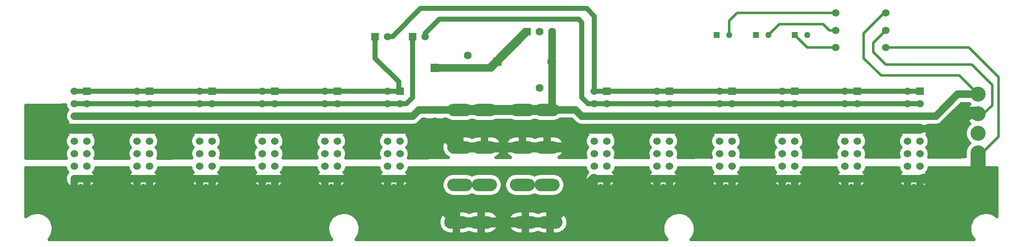
<source format=gbl>
G04 DipTrace 2.4.0.2*
%INbusboard_12_place_ext_workfinal.GBL*%
%MOMM*%
%ADD13C,2.032*%
%ADD14C,1.524*%
%ADD15C,2.54*%
%ADD16C,0.508*%
%ADD17C,1.8*%
%ADD18C,1.5*%
%ADD19C,3.048*%
%ADD20C,1.6*%
%ADD21C,1.016*%
%ADD22C,0.635*%
%ADD24R,1.524X1.524*%
%ADD25C,1.27*%
%ADD26R,1.27X1.27*%
%ADD28R,1.5X1.5*%
%ADD29C,1.5*%
%ADD30R,1.6X1.6*%
%ADD31C,1.6*%
%ADD32R,1.8X1.8*%
%ADD33C,1.8*%
%ADD34C,3.048*%
%ADD35C,1.524*%
%FSLAX53Y53*%
G04*
G71*
G90*
G75*
G01*
%LNBottom*%
%LPD*%
X99535Y30320D2*
D13*
X104535D1*
X112235D1*
X117235D1*
X121760D1*
D14*
X125570Y34130D1*
D13*
X126840D1*
X99535Y30320D2*
X98900D1*
X95090Y34130D1*
X90886D1*
X87470D1*
X84930D1*
X74770D1*
X72230D1*
X62070D1*
X59530D1*
X49370D1*
X46830D1*
X36670D1*
X34130D1*
X23970D1*
X21430D1*
X126840D2*
X129380D1*
X139540D1*
X142080D1*
X152240D1*
X154780D1*
X164940D1*
X167480D1*
X177640D1*
X180180D1*
X190340D1*
X192880D1*
X21430D2*
X18890D1*
X192880D2*
D14*
X194658D1*
D13*
X199865D1*
X203040Y37305D1*
D15*
X204475D1*
D13*
X204628Y37153D1*
X185895Y54133D2*
D16*
X183355Y51593D1*
Y49688D1*
X185895Y47148D1*
X203358D1*
X207485Y43020D1*
Y38893D1*
X205745Y37153D1*
X204628D1*
X94455Y35463D2*
D17*
Y35405D1*
D13*
X98900Y30960D1*
Y30320D1*
X94455Y35463D2*
D14*
X92218D1*
X90886Y34130D1*
X94455Y35463D2*
D18*
X96678D1*
Y33178D1*
X99535Y30320D1*
Y37940D2*
D13*
X104535D1*
X112235D1*
X117235D1*
X99535D2*
D14*
X91280D1*
X90010Y36670D1*
X87470D1*
X117235Y37940D2*
X123030D1*
X124300Y36670D1*
X126840D1*
X87470D2*
X84930D1*
X74770D1*
X72230D1*
X62070D1*
X59530D1*
X49370D1*
X46830D1*
X36670D1*
X34130D1*
X23970D1*
X21430D1*
X126840D2*
X129380D1*
X139540D1*
X142080D1*
X152240D1*
X154780D1*
X164940D1*
X167480D1*
X177640D1*
X180180D1*
X190340D1*
X192880D1*
X118205Y47783D2*
X118268Y47845D1*
Y53815D1*
X204628Y41115D2*
X200500D1*
X196055Y36670D1*
X192880D1*
X185895Y57625D2*
D16*
X185578D1*
X181450Y53498D1*
Y48418D1*
X184943Y44925D1*
X200818D1*
X204628Y41115D1*
X118268Y53815D2*
D14*
Y42385D1*
Y38973D1*
X117235Y37940D1*
X98900Y15080D2*
D13*
X103900D1*
X112870D1*
X117870D1*
X98900D2*
X90010Y23970D1*
D14*
X87470D1*
X117870Y15080D2*
D13*
X126760Y23970D1*
D14*
X126840D1*
X129380D1*
X139540D1*
X142080D1*
X152240D1*
X154780D1*
X164940D1*
X167480D1*
X177640D1*
X180180D1*
X190340D1*
X192880D1*
X87470D2*
X84930D1*
X74770D1*
X72230D1*
X62070D1*
X59530D1*
X49370D1*
X46830D1*
X36670D1*
X34130D1*
X23970D1*
X21430D1*
X192880D2*
X193515D1*
D13*
X204628D1*
D19*
Y29228D1*
X185895Y50640D2*
D16*
X202723D1*
X208755Y44608D1*
Y32542D1*
X205034Y28821D1*
X204628Y29228D1*
X126840Y39210D2*
D21*
X129380D1*
X139540D1*
X142080D1*
X152240D1*
X154780D1*
X164940D1*
X167480D1*
X177640D1*
X180180D1*
X190340D1*
X192880D1*
X92550Y52863D2*
Y53498D1*
X95408Y56355D1*
X123665D1*
X124300Y55720D1*
Y40480D1*
X125570Y39210D1*
X126840D1*
X175735Y54133D2*
D16*
X174465D1*
X173195Y55403D1*
X164305D1*
X162083Y53180D1*
X21430Y39210D2*
D21*
X23970D1*
X34130D1*
X36670D1*
X46830D1*
X49370D1*
X59530D1*
X62070D1*
X72230D1*
X74770D1*
X84930D1*
X87470D1*
X88740D1*
X90010Y40480D1*
Y52863D1*
X21430Y41750D2*
X23970D1*
X34130D1*
X36670D1*
X46830D1*
X49370D1*
X59530D1*
X62070D1*
X72230D1*
X74770D1*
X84930D1*
X87470D1*
X82390Y52863D2*
Y48418D1*
X87153Y43655D1*
Y42068D1*
X87470Y41750D1*
X126840D2*
X129380D1*
X139540D1*
X142080D1*
X152240D1*
X154780D1*
X164940D1*
X167480D1*
X177640D1*
X180180D1*
X190340D1*
X192880D1*
X84930Y52863D2*
X85883D1*
X91598Y58578D1*
X125253D1*
X126840Y56990D1*
Y41750D1*
X175735Y57625D2*
D16*
X155733D1*
X154145Y56038D1*
Y53180D1*
X94455Y46513D2*
D18*
X101123D1*
D14*
X105568D1*
X112870Y53815D1*
X113188D1*
X107155Y47783D2*
X113188Y53815D1*
X101123Y46513D2*
X105885D1*
X107155Y47783D1*
X175735Y50640D2*
D16*
X170020D1*
X167480Y53180D1*
X11651Y25561D2*
D22*
X19764D1*
X25636D2*
X32464D1*
X38336D2*
X45164D1*
X51036D2*
X57864D1*
X63736D2*
X70564D1*
X76436D2*
X83264D1*
X89136D2*
X125174D1*
X131046D2*
X137874D1*
X143746D2*
X150574D1*
X156446D2*
X163274D1*
X169146D2*
X175974D1*
X181846D2*
X188674D1*
X194546D2*
X208379D1*
X11651Y24929D2*
X19764D1*
X25636D2*
X32464D1*
X38336D2*
X45164D1*
X51036D2*
X57864D1*
X63736D2*
X70564D1*
X76436D2*
X83264D1*
X89136D2*
X97383D1*
X101687D2*
X102384D1*
X106688D2*
X110083D1*
X114387D2*
X115084D1*
X119388D2*
X125174D1*
X131046D2*
X137874D1*
X143746D2*
X150574D1*
X156446D2*
X163274D1*
X169146D2*
X175974D1*
X181846D2*
X188674D1*
X194546D2*
X208379D1*
X11651Y24298D2*
X19526D1*
X25874D2*
X32226D1*
X38574D2*
X44926D1*
X51274D2*
X57626D1*
X63974D2*
X70326D1*
X76674D2*
X83026D1*
X89374D2*
X96470D1*
X107601D2*
X109170D1*
X120301D2*
X124936D1*
X131284D2*
X137636D1*
X143984D2*
X150336D1*
X156684D2*
X163036D1*
X169384D2*
X175736D1*
X182084D2*
X188436D1*
X194784D2*
X208379D1*
X11651Y23666D2*
X19526D1*
X25874D2*
X32226D1*
X38574D2*
X44926D1*
X51274D2*
X57626D1*
X63974D2*
X70326D1*
X76674D2*
X83026D1*
X89374D2*
X96044D1*
X108027D2*
X108744D1*
X120727D2*
X124936D1*
X131284D2*
X137636D1*
X143984D2*
X150336D1*
X156684D2*
X163036D1*
X169384D2*
X175736D1*
X182084D2*
X188436D1*
X194784D2*
X208379D1*
X11651Y23034D2*
X19754D1*
X25646D2*
X32454D1*
X38346D2*
X45154D1*
X51046D2*
X57854D1*
X63746D2*
X70554D1*
X76446D2*
X83254D1*
X89146D2*
X95855D1*
X108216D2*
X108559D1*
X120916D2*
X125164D1*
X131056D2*
X137864D1*
X143756D2*
X150564D1*
X156456D2*
X163264D1*
X169156D2*
X175964D1*
X181856D2*
X188664D1*
X194556D2*
X208379D1*
X11651Y22403D2*
X20350D1*
X22511D2*
X22892D1*
X25051D2*
X33050D1*
X35211D2*
X35592D1*
X37751D2*
X45750D1*
X47911D2*
X48292D1*
X50451D2*
X58450D1*
X60611D2*
X60992D1*
X63151D2*
X71150D1*
X73311D2*
X73692D1*
X75851D2*
X83850D1*
X86011D2*
X86392D1*
X88551D2*
X95845D1*
X108226D2*
X108543D1*
X120926D2*
X125760D1*
X127921D2*
X128302D1*
X130461D2*
X138460D1*
X140621D2*
X141002D1*
X143161D2*
X151160D1*
X153321D2*
X153702D1*
X155861D2*
X163860D1*
X166021D2*
X166402D1*
X168561D2*
X176560D1*
X178721D2*
X179102D1*
X181261D2*
X189260D1*
X191421D2*
X191802D1*
X193961D2*
X208379D1*
X11651Y21771D2*
X96034D1*
X108037D2*
X108734D1*
X120737D2*
X208379D1*
X11651Y21139D2*
X96440D1*
X107630D2*
X109140D1*
X120330D2*
X208379D1*
X11651Y20508D2*
X97294D1*
X101776D2*
X102294D1*
X106777D2*
X109994D1*
X114476D2*
X114994D1*
X119477D2*
X208379D1*
X11651Y19876D2*
X208379D1*
X11651Y19244D2*
X208379D1*
X11651Y18613D2*
X208379D1*
X11651Y17981D2*
X208379D1*
X11651Y17349D2*
X96887D1*
X100923D2*
X101878D1*
X105924D2*
X110857D1*
X114893D2*
X115848D1*
X119894D2*
X208379D1*
X11651Y16718D2*
X12144D1*
X15476D2*
X74374D1*
X77706D2*
X95865D1*
X106936D2*
X109835D1*
X120906D2*
X142319D1*
X145651D2*
X204549D1*
X207881D2*
X208379D1*
X16289Y16086D2*
X73561D1*
X78519D2*
X95428D1*
X107372D2*
X109398D1*
X121342D2*
X141506D1*
X146464D2*
X203736D1*
X16756Y15454D2*
X73094D1*
X78986D2*
X95220D1*
X107581D2*
X109190D1*
X121551D2*
X141039D1*
X146931D2*
X203269D1*
X17034Y14823D2*
X72816D1*
X79264D2*
X95210D1*
X107591D2*
X109180D1*
X121561D2*
X140761D1*
X147209D2*
X202991D1*
X17173Y14191D2*
X72677D1*
X79403D2*
X95389D1*
X107412D2*
X109359D1*
X121382D2*
X140622D1*
X147348D2*
X202852D1*
X17182Y13559D2*
X72668D1*
X79412D2*
X95766D1*
X107035D2*
X109736D1*
X121005D2*
X140613D1*
X147357D2*
X202843D1*
X17073Y12928D2*
X72777D1*
X79303D2*
X96589D1*
X101221D2*
X101591D1*
X106211D2*
X110559D1*
X115191D2*
X115561D1*
X120181D2*
X140722D1*
X147248D2*
X202952D1*
X16825Y12296D2*
X73025D1*
X79055D2*
X140970D1*
X147000D2*
X203200D1*
X16409Y11664D2*
X73441D1*
X78639D2*
X141386D1*
X146584D2*
X203616D1*
X131217Y26184D2*
X131140Y25887D1*
X131009Y25598D1*
X130742Y25243D1*
X130918Y25029D1*
X131075Y24753D1*
X131183Y24455D1*
X131239Y24143D1*
X131237Y23780D1*
X131178Y23468D1*
X131067Y23171D1*
X130908Y22897D1*
X130704Y22654D1*
X130462Y22449D1*
X130189Y22288D1*
X129893Y22175D1*
X129582Y22114D1*
X129265Y22107D1*
X128951Y22153D1*
X128650Y22252D1*
X128369Y22400D1*
X128111Y22601D1*
X127816Y22379D1*
X127533Y22237D1*
X127230Y22144D1*
X126915Y22105D1*
X126598Y22119D1*
X126288Y22186D1*
X125994Y22306D1*
X125725Y22473D1*
X125488Y22683D1*
X125289Y22930D1*
X125136Y23208D1*
X125031Y23507D1*
X124979Y23820D1*
X124981Y24137D1*
X125036Y24450D1*
X125143Y24748D1*
X125299Y25024D1*
X125471Y25239D1*
X125289Y25470D1*
X125136Y25748D1*
X125031Y26047D1*
X125007Y26194D1*
X89306Y26193D1*
X89230Y25887D1*
X89099Y25598D1*
X88832Y25243D1*
X89008Y25029D1*
X89165Y24753D1*
X89273Y24455D1*
X89329Y24143D1*
X89327Y23780D1*
X89268Y23468D1*
X89157Y23171D1*
X88998Y22897D1*
X88794Y22654D1*
X88552Y22449D1*
X88279Y22288D1*
X87983Y22175D1*
X87672Y22114D1*
X87355Y22107D1*
X87041Y22153D1*
X86740Y22252D1*
X86459Y22400D1*
X86201Y22601D1*
X85906Y22379D1*
X85623Y22237D1*
X85320Y22144D1*
X85005Y22105D1*
X84688Y22119D1*
X84378Y22186D1*
X84084Y22306D1*
X83815Y22473D1*
X83578Y22683D1*
X83379Y22930D1*
X83226Y23208D1*
X83121Y23507D1*
X83069Y23820D1*
X83071Y24137D1*
X83126Y24450D1*
X83233Y24748D1*
X83389Y25024D1*
X83561Y25239D1*
X83379Y25470D1*
X83226Y25748D1*
X83121Y26047D1*
X83097Y26194D1*
X76606Y26193D1*
X76530Y25887D1*
X76399Y25598D1*
X76132Y25243D1*
X76308Y25029D1*
X76465Y24753D1*
X76573Y24455D1*
X76629Y24143D1*
X76627Y23780D1*
X76568Y23468D1*
X76457Y23171D1*
X76298Y22897D1*
X76094Y22654D1*
X75852Y22449D1*
X75579Y22288D1*
X75283Y22175D1*
X74972Y22114D1*
X74655Y22107D1*
X74341Y22153D1*
X74040Y22252D1*
X73759Y22400D1*
X73501Y22601D1*
X73206Y22379D1*
X72923Y22237D1*
X72620Y22144D1*
X72305Y22105D1*
X71988Y22119D1*
X71678Y22186D1*
X71384Y22306D1*
X71115Y22473D1*
X70878Y22683D1*
X70679Y22930D1*
X70526Y23208D1*
X70421Y23507D1*
X70369Y23820D1*
X70371Y24137D1*
X70426Y24450D1*
X70533Y24748D1*
X70689Y25024D1*
X70861Y25239D1*
X70679Y25470D1*
X70526Y25748D1*
X70421Y26047D1*
X70397Y26194D1*
X63906Y26193D1*
X63830Y25887D1*
X63699Y25598D1*
X63432Y25243D1*
X63608Y25029D1*
X63765Y24753D1*
X63873Y24455D1*
X63929Y24143D1*
X63927Y23780D1*
X63868Y23468D1*
X63757Y23171D1*
X63598Y22897D1*
X63394Y22654D1*
X63152Y22449D1*
X62879Y22288D1*
X62583Y22175D1*
X62272Y22114D1*
X61955Y22107D1*
X61641Y22153D1*
X61340Y22252D1*
X61059Y22400D1*
X60801Y22601D1*
X60506Y22379D1*
X60223Y22237D1*
X59920Y22144D1*
X59605Y22105D1*
X59288Y22119D1*
X58978Y22186D1*
X58684Y22306D1*
X58415Y22473D1*
X58178Y22683D1*
X57979Y22930D1*
X57826Y23208D1*
X57721Y23507D1*
X57669Y23820D1*
X57671Y24137D1*
X57726Y24450D1*
X57833Y24748D1*
X57989Y25024D1*
X58161Y25239D1*
X57979Y25470D1*
X57826Y25748D1*
X57721Y26047D1*
X57697Y26194D1*
X51206Y26193D1*
X51130Y25887D1*
X50999Y25598D1*
X50732Y25243D1*
X50908Y25029D1*
X51065Y24753D1*
X51173Y24455D1*
X51229Y24143D1*
X51227Y23780D1*
X51168Y23468D1*
X51057Y23171D1*
X50898Y22897D1*
X50694Y22654D1*
X50452Y22449D1*
X50179Y22288D1*
X49883Y22175D1*
X49572Y22114D1*
X49255Y22107D1*
X48941Y22153D1*
X48640Y22252D1*
X48359Y22400D1*
X48101Y22601D1*
X47806Y22379D1*
X47523Y22237D1*
X47220Y22144D1*
X46905Y22105D1*
X46588Y22119D1*
X46278Y22186D1*
X45984Y22306D1*
X45715Y22473D1*
X45478Y22683D1*
X45279Y22930D1*
X45126Y23208D1*
X45021Y23507D1*
X44969Y23820D1*
X44971Y24137D1*
X45026Y24450D1*
X45133Y24748D1*
X45289Y25024D1*
X45461Y25239D1*
X45279Y25470D1*
X45126Y25748D1*
X45021Y26047D1*
X44997Y26194D1*
X38506Y26193D1*
X38430Y25887D1*
X38299Y25598D1*
X38032Y25243D1*
X38208Y25029D1*
X38365Y24753D1*
X38473Y24455D1*
X38529Y24143D1*
X38527Y23780D1*
X38468Y23468D1*
X38357Y23171D1*
X38198Y22897D1*
X37994Y22654D1*
X37752Y22449D1*
X37479Y22288D1*
X37183Y22175D1*
X36872Y22114D1*
X36555Y22107D1*
X36241Y22153D1*
X35940Y22252D1*
X35659Y22400D1*
X35401Y22601D1*
X35106Y22379D1*
X34823Y22237D1*
X34520Y22144D1*
X34205Y22105D1*
X33888Y22119D1*
X33578Y22186D1*
X33284Y22306D1*
X33015Y22473D1*
X32778Y22683D1*
X32579Y22930D1*
X32426Y23208D1*
X32321Y23507D1*
X32269Y23820D1*
X32271Y24137D1*
X32326Y24450D1*
X32433Y24748D1*
X32589Y25024D1*
X32761Y25239D1*
X32579Y25470D1*
X32426Y25748D1*
X32321Y26047D1*
X32297Y26194D1*
X25806Y26193D1*
X25730Y25887D1*
X25599Y25598D1*
X25332Y25243D1*
X25508Y25029D1*
X25665Y24753D1*
X25773Y24455D1*
X25829Y24143D1*
X25827Y23780D1*
X25768Y23468D1*
X25657Y23171D1*
X25498Y22897D1*
X25294Y22654D1*
X25052Y22449D1*
X24779Y22288D1*
X24483Y22175D1*
X24172Y22114D1*
X23855Y22107D1*
X23541Y22153D1*
X23240Y22252D1*
X22959Y22400D1*
X22701Y22601D1*
X22406Y22379D1*
X22123Y22237D1*
X21820Y22144D1*
X21505Y22105D1*
X21188Y22119D1*
X20878Y22186D1*
X20584Y22306D1*
X20315Y22473D1*
X20078Y22683D1*
X19879Y22930D1*
X19726Y23208D1*
X19621Y23507D1*
X19569Y23820D1*
X19571Y24137D1*
X19626Y24450D1*
X19733Y24748D1*
X19889Y25024D1*
X20061Y25239D1*
X19879Y25470D1*
X19726Y25748D1*
X19621Y26047D1*
X19597Y26194D1*
X11588Y26193D1*
Y16281D1*
X11932Y16549D1*
X12486Y16856D1*
X13089Y17052D1*
X13718Y17130D1*
X14351Y17086D1*
X14964Y16924D1*
X15535Y16648D1*
X16043Y16268D1*
X16469Y15799D1*
X16799Y15258D1*
X17019Y14663D1*
X17123Y14038D1*
X17116Y13493D1*
X16995Y12871D1*
X16759Y12282D1*
X16414Y11750D1*
X16278Y11593D1*
X21113Y11588D1*
X73569D1*
X73227Y12046D1*
X72943Y12612D1*
X72771Y13223D1*
X72719Y13855D1*
X72789Y14485D1*
X72976Y15091D1*
X73275Y15650D1*
X73675Y16142D1*
X74162Y16549D1*
X74716Y16856D1*
X75319Y17052D1*
X75948Y17130D1*
X76581Y17086D1*
X77194Y16924D1*
X77765Y16648D1*
X78273Y16268D1*
X78699Y15799D1*
X79029Y15258D1*
X79249Y14663D1*
X79353Y14038D1*
X79346Y13493D1*
X79225Y12871D1*
X78989Y12282D1*
X78644Y11750D1*
X78508Y11593D1*
X83343Y11588D1*
X141514D1*
X141172Y12046D1*
X140888Y12612D1*
X140716Y13223D1*
X140664Y13855D1*
X140734Y14485D1*
X140921Y15091D1*
X141220Y15650D1*
X141620Y16142D1*
X142107Y16549D1*
X142661Y16856D1*
X143264Y17052D1*
X143893Y17130D1*
X144526Y17086D1*
X145139Y16924D1*
X145710Y16648D1*
X146218Y16268D1*
X146644Y15799D1*
X146974Y15258D1*
X147194Y14663D1*
X147298Y14038D1*
X147291Y13493D1*
X147170Y12871D1*
X146934Y12282D1*
X146589Y11750D1*
X146453Y11593D1*
X151288Y11588D1*
X203744D1*
X203402Y12046D1*
X203118Y12612D1*
X202946Y13223D1*
X202894Y13855D1*
X202964Y14485D1*
X203151Y15091D1*
X203450Y15650D1*
X203850Y16142D1*
X204337Y16549D1*
X204891Y16856D1*
X205494Y17052D1*
X206123Y17130D1*
X206756Y17086D1*
X207369Y16924D1*
X207940Y16648D1*
X208440Y16275D1*
X208438Y26193D1*
X194716D1*
X194640Y25887D1*
X194509Y25598D1*
X194242Y25243D1*
X194418Y25029D1*
X194575Y24753D1*
X194683Y24455D1*
X194739Y24143D1*
X194737Y23780D1*
X194678Y23468D1*
X194567Y23171D1*
X194408Y22897D1*
X194204Y22654D1*
X193962Y22449D1*
X193689Y22288D1*
X193393Y22175D1*
X193082Y22114D1*
X192765Y22107D1*
X192451Y22153D1*
X192150Y22252D1*
X191869Y22400D1*
X191611Y22601D1*
X191316Y22379D1*
X191033Y22237D1*
X190730Y22144D1*
X190415Y22105D1*
X190098Y22119D1*
X189788Y22186D1*
X189494Y22306D1*
X189225Y22473D1*
X188988Y22683D1*
X188789Y22930D1*
X188636Y23208D1*
X188531Y23507D1*
X188479Y23820D1*
X188481Y24137D1*
X188536Y24450D1*
X188643Y24748D1*
X188799Y25024D1*
X188971Y25239D1*
X188789Y25470D1*
X188636Y25748D1*
X188531Y26047D1*
X188507Y26194D1*
X182016Y26193D1*
X181940Y25887D1*
X181809Y25598D1*
X181542Y25243D1*
X181718Y25029D1*
X181875Y24753D1*
X181983Y24455D1*
X182039Y24143D1*
X182037Y23780D1*
X181978Y23468D1*
X181867Y23171D1*
X181708Y22897D1*
X181504Y22654D1*
X181262Y22449D1*
X180989Y22288D1*
X180693Y22175D1*
X180382Y22114D1*
X180065Y22107D1*
X179751Y22153D1*
X179450Y22252D1*
X179169Y22400D1*
X178911Y22601D1*
X178616Y22379D1*
X178333Y22237D1*
X178030Y22144D1*
X177715Y22105D1*
X177398Y22119D1*
X177088Y22186D1*
X176794Y22306D1*
X176525Y22473D1*
X176288Y22683D1*
X176089Y22930D1*
X175936Y23208D1*
X175831Y23507D1*
X175779Y23820D1*
X175781Y24137D1*
X175836Y24450D1*
X175943Y24748D1*
X176099Y25024D1*
X176271Y25239D1*
X176089Y25470D1*
X175936Y25748D1*
X175831Y26047D1*
X175807Y26194D1*
X169316Y26193D1*
X169240Y25887D1*
X169109Y25598D1*
X168842Y25243D1*
X169018Y25029D1*
X169175Y24753D1*
X169283Y24455D1*
X169339Y24143D1*
X169337Y23780D1*
X169278Y23468D1*
X169167Y23171D1*
X169008Y22897D1*
X168804Y22654D1*
X168562Y22449D1*
X168289Y22288D1*
X167993Y22175D1*
X167682Y22114D1*
X167365Y22107D1*
X167051Y22153D1*
X166750Y22252D1*
X166469Y22400D1*
X166211Y22601D1*
X165916Y22379D1*
X165633Y22237D1*
X165330Y22144D1*
X165015Y22105D1*
X164698Y22119D1*
X164388Y22186D1*
X164094Y22306D1*
X163825Y22473D1*
X163588Y22683D1*
X163389Y22930D1*
X163236Y23208D1*
X163131Y23507D1*
X163079Y23820D1*
X163081Y24137D1*
X163136Y24450D1*
X163243Y24748D1*
X163399Y25024D1*
X163571Y25239D1*
X163389Y25470D1*
X163236Y25748D1*
X163131Y26047D1*
X163107Y26194D1*
X156616Y26193D1*
X156540Y25887D1*
X156409Y25598D1*
X156142Y25243D1*
X156318Y25029D1*
X156475Y24753D1*
X156583Y24455D1*
X156639Y24143D1*
X156637Y23780D1*
X156578Y23468D1*
X156467Y23171D1*
X156308Y22897D1*
X156104Y22654D1*
X155862Y22449D1*
X155589Y22288D1*
X155293Y22175D1*
X154982Y22114D1*
X154665Y22107D1*
X154351Y22153D1*
X154050Y22252D1*
X153769Y22400D1*
X153511Y22601D1*
X153216Y22379D1*
X152933Y22237D1*
X152630Y22144D1*
X152315Y22105D1*
X151998Y22119D1*
X151688Y22186D1*
X151394Y22306D1*
X151125Y22473D1*
X150888Y22683D1*
X150689Y22930D1*
X150536Y23208D1*
X150431Y23507D1*
X150379Y23820D1*
X150381Y24137D1*
X150436Y24450D1*
X150543Y24748D1*
X150699Y25024D1*
X150871Y25239D1*
X150689Y25470D1*
X150536Y25748D1*
X150431Y26047D1*
X150407Y26194D1*
X143916Y26193D1*
X143840Y25887D1*
X143709Y25598D1*
X143442Y25243D1*
X143618Y25029D1*
X143775Y24753D1*
X143883Y24455D1*
X143939Y24143D1*
X143937Y23780D1*
X143878Y23468D1*
X143767Y23171D1*
X143608Y22897D1*
X143404Y22654D1*
X143162Y22449D1*
X142889Y22288D1*
X142593Y22175D1*
X142282Y22114D1*
X141965Y22107D1*
X141651Y22153D1*
X141350Y22252D1*
X141069Y22400D1*
X140811Y22601D1*
X140516Y22379D1*
X140233Y22237D1*
X139930Y22144D1*
X139615Y22105D1*
X139298Y22119D1*
X138988Y22186D1*
X138694Y22306D1*
X138425Y22473D1*
X138188Y22683D1*
X137989Y22930D1*
X137836Y23208D1*
X137731Y23507D1*
X137679Y23820D1*
X137681Y24137D1*
X137736Y24450D1*
X137843Y24748D1*
X137999Y25024D1*
X138171Y25239D1*
X137989Y25470D1*
X137836Y25748D1*
X137731Y26047D1*
X137707Y26194D1*
X131216Y26193D1*
X101284Y25008D2*
X101716Y24889D1*
X102037Y24709D1*
X102276Y24849D1*
X102637Y24981D1*
X103264Y25075D1*
X105995Y25058D1*
X106429Y24982D1*
X106790Y24851D1*
X107172Y24631D1*
X107466Y24385D1*
X107750Y24047D1*
X107942Y23715D1*
X108093Y23300D1*
X108160Y22923D1*
X108161Y22482D1*
X108095Y22104D1*
X107944Y21689D1*
X107752Y21357D1*
X107469Y21018D1*
X107175Y20771D1*
X106794Y20551D1*
X106433Y20419D1*
X105806Y20325D1*
X103075Y20342D1*
X102641Y20418D1*
X102280Y20549D1*
X102033Y20691D1*
X101794Y20551D1*
X101433Y20419D1*
X100806Y20325D1*
X98075Y20342D1*
X97641Y20418D1*
X97280Y20549D1*
X96898Y20769D1*
X96604Y21015D1*
X96320Y21353D1*
X96128Y21685D1*
X95977Y22100D1*
X95910Y22477D1*
X95909Y22918D1*
X95976Y23296D1*
X96126Y23711D1*
X96318Y24043D1*
X96601Y24382D1*
X96895Y24629D1*
X97276Y24849D1*
X97637Y24981D1*
X98264Y25075D1*
X100995Y25058D1*
X101284Y25008D1*
X100422Y17427D2*
X100978Y17313D1*
X101265Y17168D1*
X101401Y17090D1*
X101814Y17310D1*
X102127Y17383D1*
X102640Y17455D1*
X105296Y17448D1*
X105918Y17333D1*
X106155Y17231D1*
X106693Y16902D1*
X106913Y16667D1*
X107225Y16271D1*
X107351Y15975D1*
X107508Y15497D1*
X107526Y15176D1*
X107510Y14672D1*
X107416Y14364D1*
X107229Y13896D1*
X107036Y13639D1*
X106700Y13264D1*
X106431Y13088D1*
X105986Y12850D1*
X105673Y12777D1*
X105161Y12705D1*
X102504Y12712D1*
X101882Y12827D1*
X101645Y12929D1*
X101399Y13071D1*
X100986Y12850D1*
X100673Y12777D1*
X100161Y12705D1*
X97504Y12712D1*
X96882Y12827D1*
X96645Y12929D1*
X96107Y13258D1*
X95887Y13493D1*
X95575Y13889D1*
X95449Y14185D1*
X95292Y14663D1*
X95275Y14984D1*
X95290Y15488D1*
X95384Y15796D1*
X95571Y16264D1*
X95764Y16521D1*
X96100Y16896D1*
X96369Y17072D1*
X96814Y17310D1*
X97127Y17383D1*
X97640Y17455D1*
X100296Y17448D1*
X100422Y17427D1*
X114392D2*
X114948Y17313D1*
X115235Y17168D1*
X115371Y17090D1*
X115784Y17310D1*
X116097Y17383D1*
X116610Y17455D1*
X119266Y17448D1*
X119888Y17333D1*
X120125Y17231D1*
X120663Y16902D1*
X120883Y16667D1*
X121195Y16271D1*
X121321Y15975D1*
X121478Y15497D1*
X121496Y15176D1*
X121480Y14672D1*
X121386Y14364D1*
X121199Y13896D1*
X121006Y13639D1*
X120670Y13264D1*
X120401Y13088D1*
X119956Y12850D1*
X119643Y12777D1*
X119131Y12705D1*
X116474Y12712D1*
X115852Y12827D1*
X115615Y12929D1*
X115369Y13071D1*
X114956Y12850D1*
X114643Y12777D1*
X114131Y12705D1*
X111474Y12712D1*
X110852Y12827D1*
X110615Y12929D1*
X110077Y13258D1*
X109857Y13493D1*
X109545Y13889D1*
X109419Y14185D1*
X109262Y14663D1*
X109245Y14984D1*
X109260Y15488D1*
X109354Y15796D1*
X109541Y16264D1*
X109734Y16521D1*
X110070Y16896D1*
X110339Y17072D1*
X110784Y17310D1*
X111097Y17383D1*
X111610Y17455D1*
X114266Y17448D1*
X114392Y17427D1*
X113984Y25008D2*
X114416Y24889D1*
X114737Y24709D1*
X114976Y24849D1*
X115337Y24981D1*
X115964Y25075D1*
X118695Y25058D1*
X119129Y24982D1*
X119490Y24851D1*
X119872Y24631D1*
X120166Y24385D1*
X120450Y24047D1*
X120642Y23715D1*
X120793Y23300D1*
X120860Y22923D1*
X120861Y22482D1*
X120795Y22104D1*
X120644Y21689D1*
X120452Y21357D1*
X120169Y21018D1*
X119875Y20771D1*
X119494Y20551D1*
X119133Y20419D1*
X118506Y20325D1*
X115775Y20342D1*
X115341Y20418D1*
X114980Y20549D1*
X114733Y20691D1*
X114494Y20551D1*
X114133Y20419D1*
X113506Y20325D1*
X110775Y20342D1*
X110341Y20418D1*
X109980Y20549D1*
X109598Y20769D1*
X109304Y21015D1*
X109020Y21353D1*
X108828Y21685D1*
X108677Y22100D1*
X108610Y22477D1*
X108609Y22918D1*
X108676Y23296D1*
X108826Y23711D1*
X109018Y24043D1*
X109301Y24382D1*
X109595Y24629D1*
X109976Y24849D1*
X110337Y24981D1*
X110964Y25075D1*
X113695Y25058D1*
X113984Y25008D1*
X129380Y23970D2*
D14*
Y22104D1*
X126840Y23970D2*
Y22104D1*
X36670Y23970D2*
Y22104D1*
X34130Y23970D2*
Y22104D1*
X87470Y23970D2*
Y22104D1*
X84930Y23970D2*
Y22104D1*
X180180Y23970D2*
Y22104D1*
X177640Y23970D2*
Y22104D1*
X167480Y23970D2*
Y22104D1*
X164940Y23970D2*
Y22104D1*
X154780Y23970D2*
Y22104D1*
X152240Y23970D2*
Y22104D1*
X142080Y23970D2*
Y22104D1*
X139540Y23970D2*
Y22104D1*
X98900Y17455D2*
Y12705D1*
X103900Y17455D2*
Y12705D1*
X74770Y23970D2*
Y22104D1*
X72230Y23970D2*
Y22104D1*
X62070Y23970D2*
Y22104D1*
X59530Y23970D2*
Y22104D1*
X49370Y23970D2*
Y22104D1*
X46830Y23970D2*
Y22104D1*
X112870Y17455D2*
Y12705D1*
X117870Y17455D2*
Y12705D1*
X23970Y23970D2*
Y22104D1*
X21430Y23970D2*
Y22104D1*
X192880Y23970D2*
Y22104D1*
X190340Y23970D2*
Y22104D1*
X11651Y38578D2*
D22*
X19605D1*
X200668D2*
X202356D1*
X11651Y37947D2*
X19992D1*
X200033D2*
X202059D1*
X11651Y37315D2*
X19615D1*
X199408D2*
X201940D1*
X11651Y36683D2*
X19496D1*
X198773D2*
X201979D1*
X11651Y36052D2*
X19605D1*
X92093D2*
X92478D1*
X96438D2*
X96767D1*
X120003D2*
X122217D1*
X198138D2*
X202178D1*
X11651Y35420D2*
X19982D1*
X91468D2*
X92392D1*
X96518D2*
X122842D1*
X197513D2*
X202585D1*
X11651Y34788D2*
X19615D1*
X25785D2*
X32315D1*
X38485D2*
X45015D1*
X51185D2*
X57715D1*
X63885D2*
X70415D1*
X76585D2*
X83115D1*
X89285D2*
X92501D1*
X96409D2*
X125025D1*
X131195D2*
X137725D1*
X143895D2*
X150425D1*
X156595D2*
X163125D1*
X169295D2*
X175825D1*
X181995D2*
X188525D1*
X194695D2*
X202475D1*
X11651Y34157D2*
X19496D1*
X25904D2*
X32196D1*
X38604D2*
X44896D1*
X51304D2*
X57596D1*
X64004D2*
X70296D1*
X76704D2*
X82996D1*
X89404D2*
X92869D1*
X96042D2*
X124906D1*
X131314D2*
X137606D1*
X144014D2*
X150306D1*
X156714D2*
X163006D1*
X169414D2*
X175706D1*
X182114D2*
X188406D1*
X194814D2*
X202118D1*
X11651Y33525D2*
X19605D1*
X25795D2*
X32305D1*
X38495D2*
X45005D1*
X51195D2*
X57705D1*
X63895D2*
X70405D1*
X76595D2*
X83105D1*
X89295D2*
X93881D1*
X95029D2*
X125015D1*
X131205D2*
X137715D1*
X143905D2*
X150415D1*
X156605D2*
X163115D1*
X169305D2*
X175815D1*
X182005D2*
X188515D1*
X194705D2*
X201960D1*
X11651Y32893D2*
X19972D1*
X25428D2*
X32672D1*
X38128D2*
X45372D1*
X50828D2*
X58072D1*
X63528D2*
X70772D1*
X76228D2*
X83472D1*
X88928D2*
X125382D1*
X130838D2*
X138082D1*
X143538D2*
X150782D1*
X156238D2*
X163482D1*
X168938D2*
X176182D1*
X181638D2*
X188882D1*
X194338D2*
X201950D1*
X11651Y32262D2*
X19625D1*
X25775D2*
X32325D1*
X38475D2*
X45025D1*
X51175D2*
X57725D1*
X63875D2*
X70425D1*
X76575D2*
X83125D1*
X89275D2*
X96857D1*
X107214D2*
X109557D1*
X119914D2*
X125035D1*
X131185D2*
X137735D1*
X143885D2*
X150435D1*
X156585D2*
X163135D1*
X169285D2*
X175835D1*
X181985D2*
X188535D1*
X194685D2*
X202108D1*
X11651Y31630D2*
X19496D1*
X25904D2*
X32196D1*
X38604D2*
X44896D1*
X51304D2*
X57596D1*
X64004D2*
X70296D1*
X76704D2*
X82996D1*
X89404D2*
X96232D1*
X107839D2*
X108932D1*
X120539D2*
X124906D1*
X131314D2*
X137606D1*
X144014D2*
X150306D1*
X156714D2*
X163006D1*
X169414D2*
X175706D1*
X182114D2*
X188406D1*
X194814D2*
X202446D1*
X11651Y30998D2*
X19595D1*
X25805D2*
X32295D1*
X38505D2*
X44995D1*
X51205D2*
X57695D1*
X63905D2*
X70395D1*
X76605D2*
X83095D1*
X89305D2*
X95944D1*
X108126D2*
X108644D1*
X120826D2*
X125005D1*
X131215D2*
X137705D1*
X143915D2*
X150405D1*
X156615D2*
X163105D1*
X169315D2*
X175805D1*
X182015D2*
X188505D1*
X194715D2*
X202624D1*
X11651Y30367D2*
X19953D1*
X25447D2*
X32653D1*
X38147D2*
X45353D1*
X50847D2*
X58053D1*
X63547D2*
X70753D1*
X76247D2*
X83453D1*
X88947D2*
X95845D1*
X108226D2*
X108543D1*
X120926D2*
X125363D1*
X130857D2*
X138063D1*
X143557D2*
X150763D1*
X156257D2*
X163463D1*
X168957D2*
X176163D1*
X181657D2*
X188863D1*
X194357D2*
X202198D1*
X11651Y29735D2*
X19625D1*
X25775D2*
X32325D1*
X38475D2*
X45025D1*
X51175D2*
X57725D1*
X63875D2*
X70425D1*
X76575D2*
X83125D1*
X89275D2*
X95905D1*
X108166D2*
X108605D1*
X120866D2*
X125035D1*
X131185D2*
X137735D1*
X143885D2*
X150435D1*
X156585D2*
X163135D1*
X169285D2*
X175835D1*
X181985D2*
X188535D1*
X194685D2*
X201989D1*
X11651Y29103D2*
X19496D1*
X25904D2*
X32196D1*
X38604D2*
X44896D1*
X51304D2*
X57596D1*
X64004D2*
X70296D1*
X76704D2*
X82996D1*
X89404D2*
X96163D1*
X107908D2*
X108863D1*
X120608D2*
X124906D1*
X131314D2*
X137606D1*
X144014D2*
X150306D1*
X156714D2*
X163006D1*
X169414D2*
X175706D1*
X182114D2*
X188406D1*
X194814D2*
X201940D1*
X11651Y28472D2*
X19595D1*
X25805D2*
X32295D1*
X38505D2*
X44995D1*
X51205D2*
X57695D1*
X63905D2*
X70395D1*
X76605D2*
X83095D1*
X89305D2*
X96708D1*
X107362D2*
X109408D1*
X120062D2*
X125005D1*
X131215D2*
X137705D1*
X143915D2*
X150405D1*
X156615D2*
X163105D1*
X169315D2*
X175805D1*
X182015D2*
X188505D1*
X194715D2*
X201940D1*
X131246Y34067D2*
X131208Y33752D1*
X131118Y33448D1*
X130977Y33163D1*
X130791Y32907D1*
X130747Y32858D1*
X131018Y32486D1*
X131146Y32196D1*
X131223Y31889D1*
X131247Y31590D1*
X131220Y31274D1*
X131140Y30967D1*
X131009Y30678D1*
X130742Y30323D1*
X131018Y29946D1*
X131146Y29656D1*
X131223Y29349D1*
X131247Y29050D1*
X131220Y28734D1*
X131140Y28427D1*
X131079Y28292D1*
X137823Y28303D1*
X137731Y28587D1*
X137679Y28900D1*
X137681Y29217D1*
X137736Y29530D1*
X137843Y29828D1*
X137999Y30104D1*
X138168Y30311D1*
X137989Y30550D1*
X137836Y30828D1*
X137731Y31127D1*
X137679Y31440D1*
X137681Y31757D1*
X137736Y32070D1*
X137843Y32368D1*
X137999Y32644D1*
X138168Y32851D1*
X137955Y33144D1*
X137811Y33426D1*
X137717Y33729D1*
X137675Y34044D1*
X137687Y34360D1*
X137753Y34671D1*
X137799Y34804D1*
X131124Y34796D1*
X131212Y34491D1*
X131247Y34130D1*
X131246Y34067D1*
X125141Y28279D2*
X125031Y28587D1*
X124979Y28900D1*
X124981Y29217D1*
X125036Y29530D1*
X125143Y29828D1*
X125299Y30104D1*
X125468Y30311D1*
X125289Y30550D1*
X125136Y30828D1*
X125031Y31127D1*
X124979Y31440D1*
X124981Y31757D1*
X125036Y32070D1*
X125143Y32368D1*
X125299Y32644D1*
X125468Y32851D1*
X125255Y33144D1*
X125111Y33426D1*
X125017Y33729D1*
X124975Y34044D1*
X124987Y34360D1*
X125053Y34671D1*
X125099Y34804D1*
X124300Y34803D1*
X123984Y34830D1*
X123677Y34910D1*
X123388Y35041D1*
X123090Y35248D1*
X122257Y36073D1*
X119953Y36061D1*
X119494Y35791D1*
X119133Y35659D1*
X118506Y35565D1*
X115775Y35582D1*
X115341Y35658D1*
X114980Y35789D1*
X114924Y35821D1*
X114546Y35819D1*
X114214Y35678D1*
X113690Y35582D1*
X113189Y35565D1*
X110775Y35582D1*
X110341Y35658D1*
X109980Y35789D1*
X109924Y35821D1*
X106847Y35819D1*
X106514Y35678D1*
X105990Y35582D1*
X105489Y35565D1*
X103075Y35582D1*
X102641Y35658D1*
X102280Y35789D1*
X102224Y35821D1*
X101846Y35819D1*
X101514Y35678D1*
X100990Y35582D1*
X100489Y35565D1*
X98075Y35582D1*
X97641Y35658D1*
X97280Y35789D1*
X96891Y36015D1*
X96678Y36073D1*
X96370D1*
X96448Y35677D1*
X96456Y35336D1*
X96396Y34960D1*
X96266Y34602D1*
X96071Y34276D1*
X95818Y33992D1*
X95515Y33761D1*
X95175Y33591D1*
X94808Y33489D1*
X94429Y33458D1*
X94051Y33499D1*
X93687Y33610D1*
X93351Y33789D1*
X93055Y34027D1*
X92809Y34318D1*
X92623Y34649D1*
X92502Y35010D1*
X92452Y35387D1*
X92473Y35767D1*
X92546Y36074D1*
X92044Y36073D1*
X91330Y35350D1*
X91088Y35146D1*
X90814Y34985D1*
X90517Y34873D1*
X90160Y34809D1*
X89214Y34796D1*
X89302Y34491D1*
X89337Y34130D1*
X89310Y33814D1*
X89230Y33507D1*
X89099Y33218D1*
X88921Y32956D1*
X88837Y32858D1*
X89108Y32486D1*
X89236Y32196D1*
X89313Y31889D1*
X89337Y31590D1*
X89310Y31274D1*
X89230Y30967D1*
X89099Y30678D1*
X88832Y30323D1*
X89108Y29946D1*
X89236Y29656D1*
X89313Y29349D1*
X89337Y29050D1*
X89310Y28734D1*
X89230Y28427D1*
X89136Y28220D1*
X97163Y28237D1*
X96742Y28498D1*
X96522Y28733D1*
X96210Y29129D1*
X96084Y29425D1*
X95927Y29903D1*
X95910Y30224D1*
X95925Y30728D1*
X96019Y31036D1*
X96206Y31504D1*
X96399Y31761D1*
X96735Y32136D1*
X97004Y32312D1*
X97449Y32550D1*
X97762Y32623D1*
X98275Y32695D1*
X100931Y32688D1*
X101553Y32573D1*
X101790Y32471D1*
X102036Y32330D1*
X102449Y32550D1*
X102762Y32623D1*
X103275Y32695D1*
X105931Y32688D1*
X106553Y32573D1*
X106790Y32471D1*
X107328Y32142D1*
X107548Y31907D1*
X107860Y31511D1*
X107986Y31215D1*
X108143Y30737D1*
X108161Y30416D1*
X108145Y29912D1*
X108051Y29604D1*
X107864Y29136D1*
X107671Y28879D1*
X107335Y28504D1*
X107066Y28328D1*
X106933Y28251D1*
X109815Y28264D1*
X109442Y28498D1*
X109222Y28733D1*
X108910Y29129D1*
X108784Y29425D1*
X108627Y29903D1*
X108610Y30224D1*
X108625Y30728D1*
X108719Y31036D1*
X108906Y31504D1*
X109099Y31761D1*
X109435Y32136D1*
X109704Y32312D1*
X110149Y32550D1*
X110462Y32623D1*
X110975Y32695D1*
X113631Y32688D1*
X114253Y32573D1*
X114490Y32471D1*
X114736Y32330D1*
X115149Y32550D1*
X115462Y32623D1*
X115975Y32695D1*
X118631Y32688D1*
X119253Y32573D1*
X119490Y32471D1*
X120028Y32142D1*
X120248Y31907D1*
X120560Y31511D1*
X120686Y31215D1*
X120843Y30737D1*
X120861Y30416D1*
X120845Y29912D1*
X120751Y29604D1*
X120564Y29136D1*
X120371Y28879D1*
X120035Y28504D1*
X119766Y28328D1*
X119671Y28273D1*
X125143Y28282D1*
X38536Y34067D2*
X38498Y33752D1*
X38408Y33448D1*
X38267Y33163D1*
X38081Y32907D1*
X38037Y32858D1*
X38308Y32486D1*
X38436Y32196D1*
X38513Y31889D1*
X38537Y31590D1*
X38510Y31274D1*
X38430Y30967D1*
X38299Y30678D1*
X38032Y30323D1*
X38308Y29946D1*
X38436Y29656D1*
X38513Y29349D1*
X38537Y29050D1*
X38510Y28734D1*
X38430Y28427D1*
X38303Y28147D1*
X44289Y28151D1*
X45192Y28152D1*
X45021Y28587D1*
X44969Y28900D1*
X44971Y29217D1*
X45026Y29530D1*
X45133Y29828D1*
X45289Y30104D1*
X45458Y30311D1*
X45279Y30550D1*
X45126Y30828D1*
X45021Y31127D1*
X44969Y31440D1*
X44971Y31757D1*
X45026Y32070D1*
X45133Y32368D1*
X45289Y32644D1*
X45458Y32851D1*
X45245Y33144D1*
X45101Y33426D1*
X45007Y33729D1*
X44965Y34044D1*
X44977Y34360D1*
X45043Y34671D1*
X45089Y34804D1*
X38414Y34796D1*
X38502Y34491D1*
X38537Y34130D1*
X38536Y34067D1*
X32517Y28123D2*
X32426Y28288D1*
X32321Y28587D1*
X32269Y28900D1*
X32271Y29217D1*
X32326Y29530D1*
X32433Y29828D1*
X32589Y30104D1*
X32758Y30311D1*
X32579Y30550D1*
X32426Y30828D1*
X32321Y31127D1*
X32269Y31440D1*
X32271Y31757D1*
X32326Y32070D1*
X32433Y32368D1*
X32589Y32644D1*
X32758Y32851D1*
X32545Y33144D1*
X32401Y33426D1*
X32307Y33729D1*
X32265Y34044D1*
X32277Y34360D1*
X32343Y34671D1*
X32389Y34804D1*
X25714Y34796D1*
X25802Y34491D1*
X25837Y34130D1*
X25810Y33814D1*
X25730Y33507D1*
X25599Y33218D1*
X25421Y32956D1*
X25337Y32858D1*
X25608Y32486D1*
X25736Y32196D1*
X25813Y31889D1*
X25837Y31590D1*
X25810Y31274D1*
X25730Y30967D1*
X25599Y30678D1*
X25332Y30323D1*
X25608Y29946D1*
X25736Y29656D1*
X25813Y29349D1*
X25837Y29050D1*
X25810Y28734D1*
X25730Y28427D1*
X25582Y28114D1*
X29684Y28127D1*
X32512Y28132D1*
X83269Y28210D2*
X83121Y28587D1*
X83069Y28900D1*
X83071Y29217D1*
X83126Y29530D1*
X83233Y29828D1*
X83389Y30104D1*
X83558Y30311D1*
X83379Y30550D1*
X83226Y30828D1*
X83121Y31127D1*
X83069Y31440D1*
X83071Y31757D1*
X83126Y32070D1*
X83233Y32368D1*
X83389Y32644D1*
X83558Y32851D1*
X83345Y33144D1*
X83201Y33426D1*
X83107Y33729D1*
X83065Y34044D1*
X83077Y34360D1*
X83143Y34671D1*
X83189Y34804D1*
X76514Y34796D1*
X76602Y34491D1*
X76637Y34130D1*
X76610Y33814D1*
X76530Y33507D1*
X76399Y33218D1*
X76221Y32956D1*
X76137Y32858D1*
X76408Y32486D1*
X76536Y32196D1*
X76613Y31889D1*
X76637Y31590D1*
X76610Y31274D1*
X76530Y30967D1*
X76399Y30678D1*
X76132Y30323D1*
X76408Y29946D1*
X76536Y29656D1*
X76613Y29349D1*
X76637Y29050D1*
X76610Y28734D1*
X76530Y28427D1*
X76428Y28201D1*
X83253Y28214D1*
X182046Y34067D2*
X182008Y33752D1*
X181918Y33448D1*
X181777Y33163D1*
X181591Y32907D1*
X181547Y32858D1*
X181818Y32486D1*
X181946Y32196D1*
X182023Y31889D1*
X182047Y31590D1*
X182020Y31274D1*
X181940Y30967D1*
X181809Y30678D1*
X181542Y30323D1*
X181818Y29946D1*
X181946Y29656D1*
X182023Y29349D1*
X182047Y29050D1*
X182020Y28734D1*
X181920Y28382D1*
X183989Y28377D1*
X188603Y28385D1*
X188531Y28587D1*
X188479Y28900D1*
X188481Y29217D1*
X188536Y29530D1*
X188643Y29828D1*
X188799Y30104D1*
X188968Y30311D1*
X188789Y30550D1*
X188636Y30828D1*
X188531Y31127D1*
X188479Y31440D1*
X188481Y31757D1*
X188536Y32070D1*
X188643Y32368D1*
X188799Y32644D1*
X188968Y32851D1*
X188755Y33144D1*
X188611Y33426D1*
X188517Y33729D1*
X188475Y34044D1*
X188487Y34360D1*
X188553Y34671D1*
X188599Y34804D1*
X181924Y34796D1*
X182012Y34491D1*
X182047Y34130D1*
X182046Y34067D1*
X175906Y28372D2*
X175831Y28587D1*
X175779Y28900D1*
X175781Y29217D1*
X175836Y29530D1*
X175943Y29828D1*
X176099Y30104D1*
X176268Y30311D1*
X176089Y30550D1*
X175936Y30828D1*
X175831Y31127D1*
X175779Y31440D1*
X175781Y31757D1*
X175836Y32070D1*
X175943Y32368D1*
X176099Y32644D1*
X176268Y32851D1*
X176055Y33144D1*
X175911Y33426D1*
X175817Y33729D1*
X175775Y34044D1*
X175787Y34360D1*
X175853Y34671D1*
X175899Y34804D1*
X169224Y34796D1*
X169312Y34491D1*
X169347Y34130D1*
X169320Y33814D1*
X169240Y33507D1*
X169109Y33218D1*
X168931Y32956D1*
X168847Y32858D1*
X169118Y32486D1*
X169246Y32196D1*
X169323Y31889D1*
X169347Y31590D1*
X169320Y31274D1*
X169240Y30967D1*
X169109Y30678D1*
X168842Y30323D1*
X169118Y29946D1*
X169246Y29656D1*
X169323Y29349D1*
X169347Y29050D1*
X169320Y28734D1*
X169203Y28346D1*
X171607Y28357D1*
X175903Y28364D1*
X163219Y28335D2*
X163131Y28587D1*
X163079Y28900D1*
X163081Y29217D1*
X163136Y29530D1*
X163243Y29828D1*
X163399Y30104D1*
X163568Y30311D1*
X163389Y30550D1*
X163236Y30828D1*
X163131Y31127D1*
X163079Y31440D1*
X163081Y31757D1*
X163136Y32070D1*
X163243Y32368D1*
X163399Y32644D1*
X163568Y32851D1*
X163355Y33144D1*
X163211Y33426D1*
X163117Y33729D1*
X163075Y34044D1*
X163087Y34360D1*
X163153Y34671D1*
X163199Y34804D1*
X156524Y34796D1*
X156612Y34491D1*
X156647Y34130D1*
X156620Y33814D1*
X156540Y33507D1*
X156409Y33218D1*
X156231Y32956D1*
X156147Y32858D1*
X156418Y32486D1*
X156546Y32196D1*
X156623Y31889D1*
X156647Y31590D1*
X156620Y31274D1*
X156540Y30967D1*
X156409Y30678D1*
X156142Y30323D1*
X156418Y29946D1*
X156546Y29656D1*
X156623Y29349D1*
X156647Y29050D1*
X156620Y28734D1*
X156495Y28328D1*
X163203Y28344D1*
X150526Y28316D2*
X150431Y28587D1*
X150379Y28900D1*
X150381Y29217D1*
X150436Y29530D1*
X150543Y29828D1*
X150699Y30104D1*
X150868Y30311D1*
X150689Y30550D1*
X150536Y30828D1*
X150431Y31127D1*
X150379Y31440D1*
X150381Y31757D1*
X150436Y32070D1*
X150543Y32368D1*
X150699Y32644D1*
X150868Y32851D1*
X150655Y33144D1*
X150511Y33426D1*
X150417Y33729D1*
X150375Y34044D1*
X150387Y34360D1*
X150453Y34671D1*
X150499Y34804D1*
X143824Y34796D1*
X143912Y34491D1*
X143947Y34130D1*
X143920Y33814D1*
X143840Y33507D1*
X143709Y33218D1*
X143531Y32956D1*
X143447Y32858D1*
X143718Y32486D1*
X143846Y32196D1*
X143923Y31889D1*
X143947Y31590D1*
X143920Y31274D1*
X143840Y30967D1*
X143709Y30678D1*
X143442Y30323D1*
X143718Y29946D1*
X143846Y29656D1*
X143923Y29349D1*
X143947Y29050D1*
X143920Y28734D1*
X143787Y28310D1*
X150523Y28323D1*
X70579Y28193D2*
X70421Y28587D1*
X70369Y28900D1*
X70371Y29217D1*
X70426Y29530D1*
X70533Y29828D1*
X70689Y30104D1*
X70858Y30311D1*
X70679Y30550D1*
X70526Y30828D1*
X70421Y31127D1*
X70369Y31440D1*
X70371Y31757D1*
X70426Y32070D1*
X70533Y32368D1*
X70689Y32644D1*
X70858Y32851D1*
X70645Y33144D1*
X70501Y33426D1*
X70407Y33729D1*
X70365Y34044D1*
X70377Y34360D1*
X70443Y34671D1*
X70489Y34804D1*
X63814Y34796D1*
X63902Y34491D1*
X63937Y34130D1*
X63910Y33814D1*
X63830Y33507D1*
X63699Y33218D1*
X63521Y32956D1*
X63437Y32858D1*
X63708Y32486D1*
X63836Y32196D1*
X63913Y31889D1*
X63937Y31590D1*
X63910Y31274D1*
X63830Y30967D1*
X63699Y30678D1*
X63432Y30323D1*
X63708Y29946D1*
X63836Y29656D1*
X63913Y29349D1*
X63937Y29050D1*
X63910Y28734D1*
X63830Y28427D1*
X63720Y28183D1*
X70572Y28194D1*
X57888Y28175D2*
X57721Y28587D1*
X57669Y28900D1*
X57671Y29217D1*
X57726Y29530D1*
X57833Y29828D1*
X57989Y30104D1*
X58158Y30311D1*
X57979Y30550D1*
X57826Y30828D1*
X57721Y31127D1*
X57669Y31440D1*
X57671Y31757D1*
X57726Y32070D1*
X57833Y32368D1*
X57989Y32644D1*
X58158Y32851D1*
X57945Y33144D1*
X57801Y33426D1*
X57707Y33729D1*
X57665Y34044D1*
X57677Y34360D1*
X57743Y34671D1*
X57789Y34804D1*
X51114Y34796D1*
X51202Y34491D1*
X51237Y34130D1*
X51210Y33814D1*
X51130Y33507D1*
X50999Y33218D1*
X50821Y32956D1*
X50737Y32858D1*
X51008Y32486D1*
X51136Y32196D1*
X51213Y31889D1*
X51237Y31590D1*
X51210Y31274D1*
X51130Y30967D1*
X50999Y30678D1*
X50732Y30323D1*
X51008Y29946D1*
X51136Y29656D1*
X51213Y29349D1*
X51237Y29050D1*
X51210Y28734D1*
X51130Y28427D1*
X51011Y28165D1*
X57872Y28173D1*
X19827Y28106D2*
X19726Y28288D1*
X19621Y28587D1*
X19569Y28900D1*
X19571Y29217D1*
X19626Y29530D1*
X19733Y29828D1*
X19889Y30104D1*
X20058Y30311D1*
X19879Y30550D1*
X19726Y30828D1*
X19621Y31127D1*
X19569Y31440D1*
X19571Y31757D1*
X19626Y32070D1*
X19733Y32368D1*
X19889Y32644D1*
X20058Y32851D1*
X19845Y33144D1*
X19701Y33426D1*
X19607Y33729D1*
X19565Y34044D1*
X19577Y34360D1*
X19643Y34671D1*
X19760Y34965D1*
X19926Y35236D1*
X20061Y35399D1*
X19839Y35694D1*
X19697Y35977D1*
X19604Y36280D1*
X19565Y36595D1*
X19579Y36912D1*
X19646Y37222D1*
X19766Y37516D1*
X19895Y37732D1*
X19733Y37448D1*
X19889Y37724D1*
X20059Y37946D1*
X19879Y38170D1*
X19726Y38448D1*
X19621Y38747D1*
X19594Y38914D1*
X17938Y38903D1*
X11588Y38893D1*
Y28107D1*
X13809Y28102D1*
X19812Y28111D1*
X194746Y34067D2*
X194708Y33752D1*
X194618Y33448D1*
X194477Y33163D1*
X194291Y32907D1*
X194247Y32858D1*
X194518Y32486D1*
X194646Y32196D1*
X194723Y31889D1*
X194747Y31590D1*
X194720Y31274D1*
X194640Y30967D1*
X194509Y30678D1*
X194242Y30323D1*
X194518Y29946D1*
X194646Y29656D1*
X194723Y29349D1*
X194747Y29050D1*
X194720Y28734D1*
X194628Y28400D1*
X200499Y28404D1*
X201999Y28415D1*
X202018Y29545D1*
X202075Y29857D1*
X202169Y30160D1*
X202299Y30449D1*
X202464Y30721D1*
X202659Y30970D1*
X202888Y31198D1*
X202662Y31445D1*
X202466Y31694D1*
X202301Y31966D1*
X202171Y32255D1*
X202076Y32558D1*
X202018Y32870D1*
X201999Y33186D1*
X202017Y33503D1*
X202074Y33815D1*
X202168Y34118D1*
X202298Y34408D1*
X202461Y34680D1*
X202657Y34930D1*
X202904Y35173D1*
X202704Y35360D1*
X202466Y35657D1*
X202272Y35985D1*
X202128Y36337D1*
X202037Y36706D1*
X201999Y37085D1*
X202017Y37465D1*
X202090Y37839D1*
X202216Y38198D1*
X202392Y38536D1*
X202615Y38844D1*
X202900Y39134D1*
X202823Y39208D1*
X201225Y39200D1*
X197375Y35350D1*
X197133Y35146D1*
X196859Y34985D1*
X196562Y34873D1*
X196205Y34809D1*
X194616Y34803D1*
X194683Y34615D1*
X194739Y34303D1*
X194746Y34067D1*
X99535Y32695D2*
D14*
Y30320D1*
X104535Y32695D2*
Y30320D1*
X112235Y32695D2*
Y30320D1*
X117235Y32695D2*
Y30320D1*
X94455Y35463D2*
Y33459D1*
X129380Y39210D3*
Y36670D3*
Y34130D3*
Y31590D3*
Y29050D3*
Y26510D3*
Y23970D3*
X126840D3*
Y26510D3*
Y29050D3*
Y31590D3*
Y34130D3*
Y36670D3*
Y39210D3*
Y41750D3*
D24*
X129380D3*
D14*
X36670Y39210D3*
Y36670D3*
Y34130D3*
Y31590D3*
Y29050D3*
Y26510D3*
Y23970D3*
X34130D3*
Y26510D3*
Y29050D3*
Y31590D3*
Y34130D3*
Y36670D3*
Y39210D3*
Y41750D3*
D24*
X36670D3*
D14*
X87470Y39210D3*
Y36670D3*
Y34130D3*
Y31590D3*
Y29050D3*
Y26510D3*
Y23970D3*
X84930D3*
Y26510D3*
Y29050D3*
Y31590D3*
Y34130D3*
Y36670D3*
Y39210D3*
Y41750D3*
D24*
X87470D3*
D14*
X180180Y39210D3*
Y36670D3*
Y34130D3*
Y31590D3*
Y29050D3*
Y26510D3*
Y23970D3*
X177640D3*
Y26510D3*
Y29050D3*
Y31590D3*
Y34130D3*
Y36670D3*
Y39210D3*
Y41750D3*
D24*
X180180D3*
D14*
X167480Y39210D3*
Y36670D3*
Y34130D3*
Y31590D3*
Y29050D3*
Y26510D3*
Y23970D3*
X164940D3*
Y26510D3*
Y29050D3*
Y31590D3*
Y34130D3*
Y36670D3*
Y39210D3*
Y41750D3*
D24*
X167480D3*
D14*
X154780Y39210D3*
Y36670D3*
Y34130D3*
Y31590D3*
Y29050D3*
Y26510D3*
Y23970D3*
X152240D3*
Y26510D3*
Y29050D3*
Y31590D3*
Y34130D3*
Y36670D3*
Y39210D3*
Y41750D3*
D24*
X154780D3*
D14*
X142080Y39210D3*
Y36670D3*
Y34130D3*
Y31590D3*
Y29050D3*
Y26510D3*
Y23970D3*
X139540D3*
Y26510D3*
Y29050D3*
Y31590D3*
Y34130D3*
Y36670D3*
Y39210D3*
Y41750D3*
D24*
X142080D3*
D25*
X154145Y53180D3*
D26*
X151605D3*
D25*
X162083D3*
D26*
X159543D3*
D25*
X170020D3*
D26*
X167480D3*
G36*
X100804Y39210D2*
X101238Y39134D1*
X101621Y38914D1*
X101904Y38576D1*
X102056Y38162D1*
Y37721D1*
X101905Y37306D1*
X101622Y36968D1*
X101240Y36747D1*
X100806Y36670D1*
X98266D1*
X97832Y36746D1*
X97450Y36966D1*
X97166Y37304D1*
X97015Y37718D1*
X97014Y38159D1*
X97165Y38574D1*
X97448Y38912D1*
X97830Y39133D1*
X98264Y39210D1*
X100804D1*
G37*
G36*
X105804D2*
X106238Y39134D1*
X106621Y38914D1*
X106904Y38576D1*
X107056Y38162D1*
Y37721D1*
X106905Y37306D1*
X106622Y36968D1*
X106240Y36747D1*
X105806Y36670D1*
X103266D1*
X102832Y36746D1*
X102450Y36966D1*
X102166Y37304D1*
X102015Y37718D1*
X102014Y38159D1*
X102165Y38574D1*
X102448Y38912D1*
X102830Y39133D1*
X103264Y39210D1*
X105804D1*
G37*
G36*
X100804Y31590D2*
X101238Y31514D1*
X101621Y31294D1*
X101904Y30956D1*
X102056Y30542D1*
Y30101D1*
X101905Y29686D1*
X101622Y29348D1*
X101240Y29127D1*
X100806Y29050D1*
X98266D1*
X97832Y29126D1*
X97450Y29346D1*
X97166Y29684D1*
X97015Y30098D1*
X97014Y30539D1*
X97165Y30954D1*
X97448Y31292D1*
X97830Y31513D1*
X98264Y31590D1*
X100804D1*
G37*
G36*
X105804D2*
X106238Y31514D1*
X106621Y31294D1*
X106904Y30956D1*
X107056Y30542D1*
Y30101D1*
X106905Y29686D1*
X106622Y29348D1*
X106240Y29127D1*
X105806Y29050D1*
X103266D1*
X102832Y29126D1*
X102450Y29346D1*
X102166Y29684D1*
X102015Y30098D1*
X102014Y30539D1*
X102165Y30954D1*
X102448Y31292D1*
X102830Y31513D1*
X103264Y31590D1*
X105804D1*
G37*
G36*
X100804Y23970D2*
X101238Y23894D1*
X101621Y23674D1*
X101904Y23336D1*
X102056Y22922D1*
Y22481D1*
X101905Y22066D1*
X101622Y21728D1*
X101240Y21507D1*
X100806Y21430D1*
X98266D1*
X97832Y21506D1*
X97450Y21726D1*
X97166Y22064D1*
X97015Y22478D1*
X97014Y22919D1*
X97165Y23334D1*
X97448Y23672D1*
X97830Y23893D1*
X98264Y23970D1*
X100804D1*
G37*
G36*
X105804D2*
X106238Y23894D1*
X106621Y23674D1*
X106904Y23336D1*
X107056Y22922D1*
Y22481D1*
X106905Y22066D1*
X106622Y21728D1*
X106240Y21507D1*
X105806Y21430D1*
X103266D1*
X102832Y21506D1*
X102450Y21726D1*
X102166Y22064D1*
X102015Y22478D1*
X102014Y22919D1*
X102165Y23334D1*
X102448Y23672D1*
X102830Y23893D1*
X103264Y23970D1*
X105804D1*
G37*
G36*
X100169Y16350D2*
X100603Y16274D1*
X100986Y16054D1*
X101269Y15716D1*
X101421Y15302D1*
Y14861D1*
X101270Y14446D1*
X100987Y14108D1*
X100605Y13887D1*
X100171Y13810D1*
X97631D1*
X97197Y13886D1*
X96815Y14106D1*
X96531Y14444D1*
X96380Y14858D1*
X96379Y15299D1*
X96530Y15714D1*
X96813Y16052D1*
X97195Y16273D1*
X97629Y16350D1*
X100169D1*
G37*
G36*
X105169D2*
X105603Y16274D1*
X105986Y16054D1*
X106269Y15716D1*
X106421Y15302D1*
Y14861D1*
X106270Y14446D1*
X105987Y14108D1*
X105605Y13887D1*
X105171Y13810D1*
X102631D1*
X102197Y13886D1*
X101815Y14106D1*
X101531Y14444D1*
X101380Y14858D1*
X101379Y15299D1*
X101530Y15714D1*
X101813Y16052D1*
X102195Y16273D1*
X102629Y16350D1*
X105169D1*
G37*
D14*
X74770Y39210D3*
Y36670D3*
Y34130D3*
Y31590D3*
Y29050D3*
Y26510D3*
Y23970D3*
X72230D3*
Y26510D3*
Y29050D3*
Y31590D3*
Y34130D3*
Y36670D3*
Y39210D3*
Y41750D3*
D24*
X74770D3*
D14*
X62070Y39210D3*
Y36670D3*
Y34130D3*
Y31590D3*
Y29050D3*
Y26510D3*
Y23970D3*
X59530D3*
Y26510D3*
Y29050D3*
Y31590D3*
Y34130D3*
Y36670D3*
Y39210D3*
Y41750D3*
D24*
X62070D3*
D14*
X49370Y39210D3*
Y36670D3*
Y34130D3*
Y31590D3*
Y29050D3*
Y26510D3*
Y23970D3*
X46830D3*
Y26510D3*
Y29050D3*
Y31590D3*
Y34130D3*
Y36670D3*
Y39210D3*
Y41750D3*
D24*
X49370D3*
G36*
X114139Y16350D2*
X114573Y16274D1*
X114956Y16054D1*
X115239Y15716D1*
X115391Y15302D1*
Y14861D1*
X115240Y14446D1*
X114957Y14108D1*
X114575Y13887D1*
X114141Y13810D1*
X111601D1*
X111167Y13886D1*
X110785Y14106D1*
X110501Y14444D1*
X110350Y14858D1*
X110349Y15299D1*
X110500Y15714D1*
X110783Y16052D1*
X111165Y16273D1*
X111599Y16350D1*
X114139D1*
G37*
G36*
X119139D2*
X119573Y16274D1*
X119956Y16054D1*
X120239Y15716D1*
X120391Y15302D1*
Y14861D1*
X120240Y14446D1*
X119957Y14108D1*
X119575Y13887D1*
X119141Y13810D1*
X116601D1*
X116167Y13886D1*
X115785Y14106D1*
X115501Y14444D1*
X115350Y14858D1*
X115349Y15299D1*
X115500Y15714D1*
X115783Y16052D1*
X116165Y16273D1*
X116599Y16350D1*
X119139D1*
G37*
G36*
X113504Y23970D2*
X113938Y23894D1*
X114321Y23674D1*
X114604Y23336D1*
X114756Y22922D1*
Y22481D1*
X114605Y22066D1*
X114322Y21728D1*
X113940Y21507D1*
X113506Y21430D1*
X110966D1*
X110532Y21506D1*
X110150Y21726D1*
X109866Y22064D1*
X109715Y22478D1*
X109714Y22919D1*
X109865Y23334D1*
X110148Y23672D1*
X110530Y23893D1*
X110964Y23970D1*
X113504D1*
G37*
G36*
X118504D2*
X118938Y23894D1*
X119321Y23674D1*
X119604Y23336D1*
X119756Y22922D1*
Y22481D1*
X119605Y22066D1*
X119322Y21728D1*
X118940Y21507D1*
X118506Y21430D1*
X115966D1*
X115532Y21506D1*
X115150Y21726D1*
X114866Y22064D1*
X114715Y22478D1*
X114714Y22919D1*
X114865Y23334D1*
X115148Y23672D1*
X115530Y23893D1*
X115964Y23970D1*
X118504D1*
G37*
G36*
X113504Y31590D2*
X113938Y31514D1*
X114321Y31294D1*
X114604Y30956D1*
X114756Y30542D1*
Y30101D1*
X114605Y29686D1*
X114322Y29348D1*
X113940Y29127D1*
X113506Y29050D1*
X110966D1*
X110532Y29126D1*
X110150Y29346D1*
X109866Y29684D1*
X109715Y30098D1*
X109714Y30539D1*
X109865Y30954D1*
X110148Y31292D1*
X110530Y31513D1*
X110964Y31590D1*
X113504D1*
G37*
G36*
X118504D2*
X118938Y31514D1*
X119321Y31294D1*
X119604Y30956D1*
X119756Y30542D1*
Y30101D1*
X119605Y29686D1*
X119322Y29348D1*
X118940Y29127D1*
X118506Y29050D1*
X115966D1*
X115532Y29126D1*
X115150Y29346D1*
X114866Y29684D1*
X114715Y30098D1*
X114714Y30539D1*
X114865Y30954D1*
X115148Y31292D1*
X115530Y31513D1*
X115964Y31590D1*
X118504D1*
G37*
G36*
X113504Y39210D2*
X113938Y39134D1*
X114321Y38914D1*
X114604Y38576D1*
X114756Y38162D1*
Y37721D1*
X114605Y37306D1*
X114322Y36968D1*
X113940Y36747D1*
X113506Y36670D1*
X110966D1*
X110532Y36746D1*
X110150Y36966D1*
X109866Y37304D1*
X109715Y37718D1*
X109714Y38159D1*
X109865Y38574D1*
X110148Y38912D1*
X110530Y39133D1*
X110964Y39210D1*
X113504D1*
G37*
G36*
X118504D2*
X118938Y39134D1*
X119321Y38914D1*
X119604Y38576D1*
X119756Y38162D1*
Y37721D1*
X119605Y37306D1*
X119322Y36968D1*
X118940Y36747D1*
X118506Y36670D1*
X115966D1*
X115532Y36746D1*
X115150Y36966D1*
X114866Y37304D1*
X114715Y37718D1*
X114714Y38159D1*
X114865Y38574D1*
X115148Y38912D1*
X115530Y39133D1*
X115964Y39210D1*
X118504D1*
G37*
D28*
X90010Y52863D3*
D29*
X92550D3*
D28*
X82390D3*
D29*
X84930D3*
D14*
X23970Y39210D3*
Y36670D3*
Y34130D3*
Y31590D3*
Y29050D3*
Y26510D3*
Y23970D3*
X21430D3*
Y26510D3*
Y29050D3*
Y31590D3*
Y34130D3*
Y36670D3*
Y39210D3*
Y41750D3*
D24*
X23970D3*
D14*
X192880Y39210D3*
Y36670D3*
Y34130D3*
Y31590D3*
Y29050D3*
Y26510D3*
Y23970D3*
X190340D3*
Y26510D3*
Y29050D3*
Y31590D3*
Y34130D3*
Y36670D3*
Y39210D3*
Y41750D3*
D24*
X192880D3*
D30*
X113188Y53815D3*
D31*
X115728D3*
X118268D3*
D20*
X115728Y42385D3*
D30*
X118268D3*
X101123Y46513D3*
D20*
Y49053D3*
D32*
X107155Y47783D3*
D33*
X118205D3*
D34*
X204628Y41115D3*
Y37153D3*
Y33190D3*
Y29228D3*
D32*
X94455Y46513D3*
D33*
Y35463D3*
D14*
X175735Y57625D3*
D35*
X185895D3*
D14*
X175735Y54133D3*
D35*
X185895D3*
D14*
X175735Y50640D3*
D35*
X185895D3*
M02*

</source>
